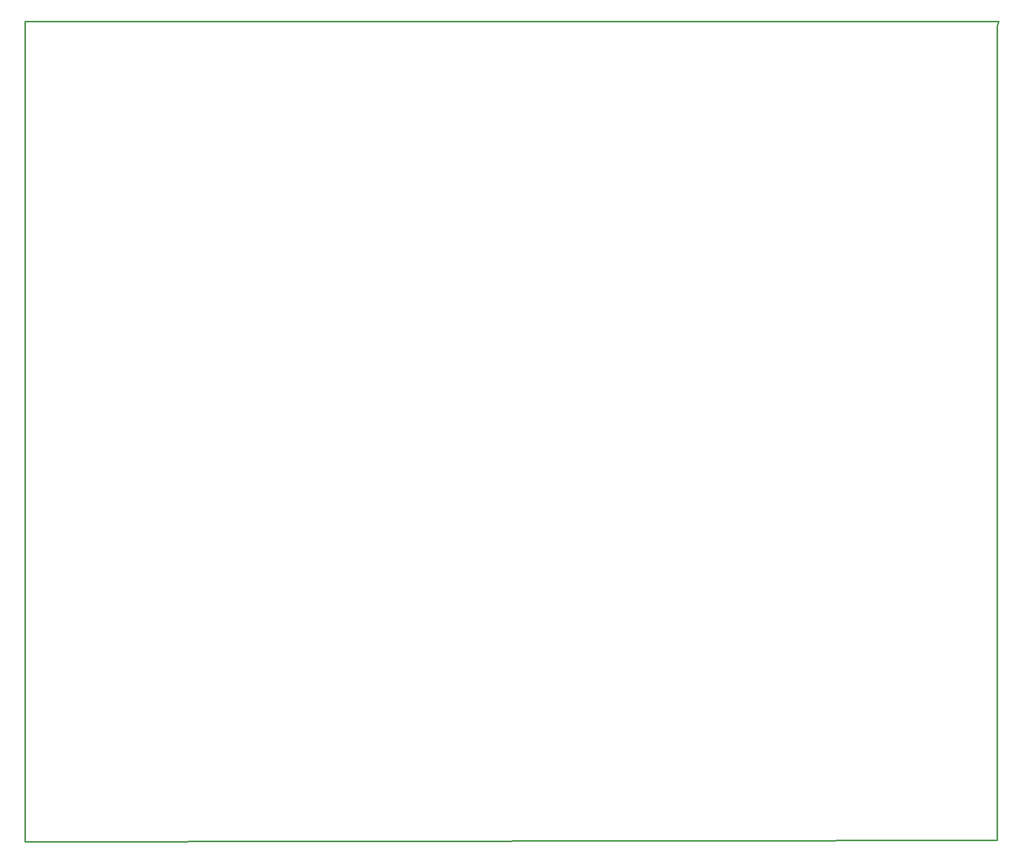
<source format=gbr>
G04 EAGLE Gerber RS-274X export*
G75*
%MOMM*%
%FSLAX34Y34*%
%LPD*%
%IN*%
%IPPOS*%
%AMOC8*
5,1,8,0,0,1.08239X$1,22.5*%
G01*
G04 Define Apertures*
%ADD10C,0.254000*%
D10*
X-45720Y-7620D02*
X1572260Y-5080D01*
X1572260Y1351280D01*
X1574800Y1358900D01*
X-45720Y1358900D01*
X-45720Y-7620D01*
M02*

</source>
